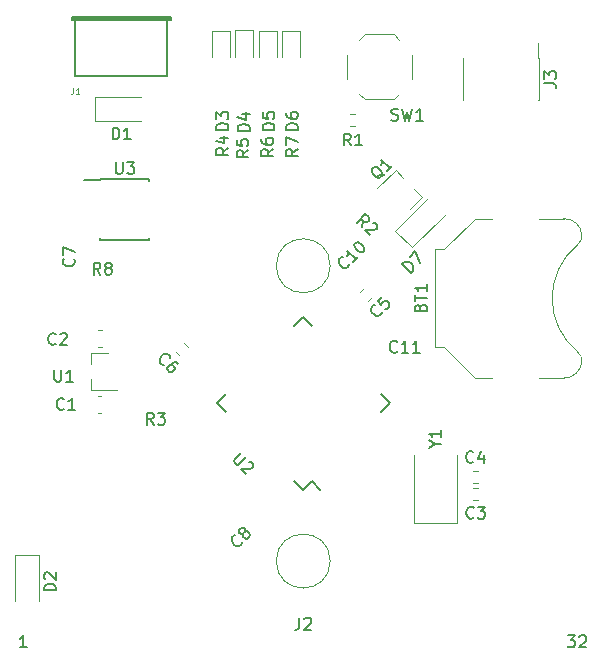
<source format=gto>
G04 #@! TF.GenerationSoftware,KiCad,Pcbnew,5.0.0-rc2-dev-unknown-62522ee~64~ubuntu17.10.1*
G04 #@! TF.CreationDate,2018-05-05T21:53:19+02:00*
G04 #@! TF.ProjectId,gbcart,6762636172742E6B696361645F706362,rev?*
G04 #@! TF.SameCoordinates,Original*
G04 #@! TF.FileFunction,Legend,Top*
G04 #@! TF.FilePolarity,Positive*
%FSLAX46Y46*%
G04 Gerber Fmt 4.6, Leading zero omitted, Abs format (unit mm)*
G04 Created by KiCad (PCBNEW 5.0.0-rc2-dev-unknown-62522ee~64~ubuntu17.10.1) date Sat May  5 21:53:19 2018*
%MOMM*%
%LPD*%
G01*
G04 APERTURE LIST*
%ADD10C,0.120000*%
%ADD11C,0.150000*%
%ADD12C,0.200660*%
%ADD13C,0.099060*%
G04 APERTURE END LIST*
D10*
X103980000Y-46790000D02*
X104420000Y-46790000D01*
X103980000Y-47810000D02*
X104420000Y-47810000D01*
X114355000Y-79510000D02*
X114795000Y-79510000D01*
X114355000Y-78490000D02*
X114795000Y-78490000D01*
X114794999Y-78010000D02*
X114354999Y-78010000D01*
X114794999Y-76990000D02*
X114354999Y-76990000D01*
X105523779Y-62597470D02*
X105834906Y-62286343D01*
X104802530Y-61876221D02*
X105113657Y-61565094D01*
X89513657Y-67234906D02*
X89202530Y-66923779D01*
X90234906Y-66513657D02*
X89923779Y-66202530D01*
X82595000Y-70690000D02*
X82895000Y-70690000D01*
X82595000Y-72110000D02*
X82895000Y-72110000D01*
X82950000Y-65090000D02*
X82650000Y-65090000D01*
X82950000Y-66510000D02*
X82650000Y-66510000D01*
X82400000Y-45400000D02*
X86300000Y-45400000D01*
X82400000Y-47400000D02*
X86300000Y-47400000D01*
X82400000Y-45400000D02*
X82400000Y-47400000D01*
X77600000Y-84150000D02*
X75600000Y-84150000D01*
X75600000Y-84150000D02*
X75600000Y-88050000D01*
X77600000Y-84150000D02*
X77600000Y-88050000D01*
X104750000Y-45100000D02*
X105200000Y-45550000D01*
X108150000Y-45100000D02*
X107700000Y-45550000D01*
X108150000Y-40500000D02*
X107700000Y-40050000D01*
X104750000Y-40500000D02*
X105200000Y-40050000D01*
X109200000Y-41800000D02*
X109200000Y-43800000D01*
X105200000Y-45550000D02*
X107700000Y-45550000D01*
X103700000Y-41800000D02*
X103700000Y-43800000D01*
X105200000Y-40050000D02*
X107700000Y-40050000D01*
X82040000Y-67020000D02*
X82040000Y-67950000D01*
X82040000Y-70180000D02*
X82040000Y-69250000D01*
X82040000Y-70180000D02*
X84200000Y-70180000D01*
X82040000Y-67020000D02*
X83500000Y-67020000D01*
D11*
X100000000Y-78618555D02*
X100707107Y-77911448D01*
X92681445Y-71300000D02*
X93441585Y-70539860D01*
X100000000Y-63981445D02*
X99239860Y-64741585D01*
X107318555Y-71300000D02*
X106558415Y-72060140D01*
X100000000Y-78618555D02*
X99239860Y-77858415D01*
X107318555Y-71300000D02*
X106558415Y-70539860D01*
X100000000Y-63981445D02*
X100760140Y-64741585D01*
X92681445Y-71300000D02*
X93441585Y-72060140D01*
X100707107Y-77911448D02*
X101431891Y-78636233D01*
D10*
X102286000Y-59650000D02*
G75*
G03X102286000Y-59650000I-2286000J0D01*
G01*
X102286000Y-84650000D02*
G75*
G03X102286000Y-84650000I-2286000J0D01*
G01*
X93760000Y-42000000D02*
X93760000Y-39730000D01*
X93760000Y-39730000D02*
X92240000Y-39730000D01*
X92240000Y-39730000D02*
X92240000Y-42000000D01*
X94246256Y-39703514D02*
X94246256Y-41973514D01*
X95766256Y-39703514D02*
X94246256Y-39703514D01*
X95766256Y-41973514D02*
X95766256Y-39703514D01*
X97760000Y-42000000D02*
X97760000Y-39730000D01*
X97760000Y-39730000D02*
X96240000Y-39730000D01*
X96240000Y-39730000D02*
X96240000Y-42000000D01*
X98240000Y-39730000D02*
X98240000Y-42000000D01*
X99760000Y-39730000D02*
X98240000Y-39730000D01*
X99760000Y-42000000D02*
X99760000Y-39730000D01*
X119965000Y-42085000D02*
X119965000Y-45615000D01*
X113495000Y-42085000D02*
X113495000Y-45615000D01*
X119900000Y-40760000D02*
X119900000Y-42085000D01*
X119965000Y-42085000D02*
X119900000Y-42085000D01*
X119965000Y-45615000D02*
X119900000Y-45615000D01*
X113560000Y-42085000D02*
X113495000Y-42085000D01*
X113560000Y-45615000D02*
X113495000Y-45615000D01*
X109400000Y-75650000D02*
X109400000Y-81400000D01*
X109400000Y-81400000D02*
X113000000Y-81400000D01*
X113000000Y-81400000D02*
X113000000Y-75650000D01*
D12*
X88801160Y-38701020D02*
X80398840Y-38701020D01*
X88801160Y-38599420D02*
X80398840Y-38599420D01*
X80398840Y-38599420D02*
X80398840Y-38800080D01*
X80398840Y-38800080D02*
X88801160Y-38800080D01*
X88801160Y-38800080D02*
X88801160Y-38599420D01*
X88498900Y-38599420D02*
X88498900Y-43600680D01*
X88498900Y-43600680D02*
X80701100Y-43600680D01*
X80701100Y-43600680D02*
X80701100Y-38599420D01*
D10*
X123584160Y-56985385D02*
G75*
G02X123200000Y-57900000I-984160J-124615D01*
G01*
X123584160Y-67814615D02*
G75*
G03X123200000Y-66900000I-984160J124615D01*
G01*
X123188671Y-57909339D02*
G75*
G03X123200000Y-66900000I3711329J-4490661D01*
G01*
X122050000Y-55650000D02*
G75*
G02X123600000Y-57100000I50000J-1500000D01*
G01*
X122050000Y-69150000D02*
G75*
G03X123600000Y-67700000I50000J1500000D01*
G01*
X120000000Y-55650000D02*
X122100000Y-55650000D01*
X120000000Y-69150000D02*
X122100000Y-69150000D01*
X116000000Y-69150000D02*
X114550000Y-69150000D01*
X114550000Y-69150000D02*
X111950000Y-66550000D01*
X111950000Y-66550000D02*
X111150000Y-66550000D01*
X111150000Y-66550000D02*
X111150000Y-58250000D01*
X111150000Y-58250000D02*
X111950000Y-58250000D01*
X111950000Y-58250000D02*
X114550000Y-55650000D01*
X114550000Y-55650000D02*
X116000000Y-55650000D01*
X107801903Y-56683883D02*
X109216117Y-58098097D01*
X109216117Y-58098097D02*
X111973833Y-55340381D01*
X107801903Y-56683883D02*
X110559619Y-53926167D01*
D11*
X82825000Y-52325000D02*
X82825000Y-52375000D01*
X86975000Y-52325000D02*
X86975000Y-52470000D01*
X86975000Y-57475000D02*
X86975000Y-57330000D01*
X82825000Y-57475000D02*
X82825000Y-57330000D01*
X82825000Y-52325000D02*
X86975000Y-52325000D01*
X82825000Y-57475000D02*
X86975000Y-57475000D01*
X82825000Y-52375000D02*
X81425000Y-52375000D01*
D10*
X110047523Y-53786935D02*
X109389914Y-53129325D01*
X107813065Y-51552477D02*
X108470675Y-52210086D01*
X107813065Y-51552477D02*
X106285715Y-53079828D01*
X110047523Y-53786935D02*
X109015147Y-54819310D01*
D11*
X104033333Y-49452380D02*
X103700000Y-48976190D01*
X103461904Y-49452380D02*
X103461904Y-48452380D01*
X103842857Y-48452380D01*
X103938095Y-48500000D01*
X103985714Y-48547619D01*
X104033333Y-48642857D01*
X104033333Y-48785714D01*
X103985714Y-48880952D01*
X103938095Y-48928571D01*
X103842857Y-48976190D01*
X103461904Y-48976190D01*
X104985714Y-49452380D02*
X104414285Y-49452380D01*
X104700000Y-49452380D02*
X104700000Y-48452380D01*
X104604761Y-48595238D01*
X104509523Y-48690476D01*
X104414285Y-48738095D01*
X114433333Y-80957142D02*
X114385714Y-81004761D01*
X114242857Y-81052380D01*
X114147619Y-81052380D01*
X114004761Y-81004761D01*
X113909523Y-80909523D01*
X113861904Y-80814285D01*
X113814285Y-80623809D01*
X113814285Y-80480952D01*
X113861904Y-80290476D01*
X113909523Y-80195238D01*
X114004761Y-80100000D01*
X114147619Y-80052380D01*
X114242857Y-80052380D01*
X114385714Y-80100000D01*
X114433333Y-80147619D01*
X114766666Y-80052380D02*
X115385714Y-80052380D01*
X115052380Y-80433333D01*
X115195238Y-80433333D01*
X115290476Y-80480952D01*
X115338095Y-80528571D01*
X115385714Y-80623809D01*
X115385714Y-80861904D01*
X115338095Y-80957142D01*
X115290476Y-81004761D01*
X115195238Y-81052380D01*
X114909523Y-81052380D01*
X114814285Y-81004761D01*
X114766666Y-80957142D01*
X114408332Y-76257142D02*
X114360713Y-76304761D01*
X114217856Y-76352380D01*
X114122618Y-76352380D01*
X113979760Y-76304761D01*
X113884522Y-76209523D01*
X113836903Y-76114285D01*
X113789284Y-75923809D01*
X113789284Y-75780952D01*
X113836903Y-75590476D01*
X113884522Y-75495238D01*
X113979760Y-75400000D01*
X114122618Y-75352380D01*
X114217856Y-75352380D01*
X114360713Y-75400000D01*
X114408332Y-75447619D01*
X115265475Y-75685714D02*
X115265475Y-76352380D01*
X115027379Y-75304761D02*
X114789284Y-76019047D01*
X115408332Y-76019047D01*
X106634687Y-63570390D02*
X106634687Y-63637733D01*
X106567343Y-63772420D01*
X106500000Y-63839764D01*
X106365312Y-63907107D01*
X106230625Y-63907107D01*
X106129610Y-63873436D01*
X105961251Y-63772420D01*
X105860236Y-63671405D01*
X105759221Y-63503046D01*
X105725549Y-63402031D01*
X105725549Y-63267344D01*
X105792893Y-63132657D01*
X105860236Y-63065313D01*
X105994923Y-62997970D01*
X106062267Y-62997970D01*
X106634687Y-62290863D02*
X106297969Y-62627581D01*
X106601015Y-62997970D01*
X106601015Y-62930626D01*
X106634687Y-62829611D01*
X106803045Y-62661252D01*
X106904061Y-62627581D01*
X106971404Y-62627581D01*
X107072419Y-62661252D01*
X107240778Y-62829611D01*
X107274450Y-62930626D01*
X107274450Y-62997970D01*
X107240778Y-63098985D01*
X107072419Y-63267344D01*
X106971404Y-63301016D01*
X106904061Y-63301016D01*
X88181602Y-68020131D02*
X88114259Y-68020131D01*
X87979572Y-67952787D01*
X87912228Y-67885444D01*
X87844885Y-67750756D01*
X87844885Y-67616069D01*
X87878556Y-67515054D01*
X87979572Y-67346695D01*
X88080587Y-67245680D01*
X88248946Y-67144665D01*
X88349961Y-67110993D01*
X88484648Y-67110993D01*
X88619335Y-67178337D01*
X88686679Y-67245680D01*
X88754022Y-67380367D01*
X88754022Y-67447711D01*
X89427457Y-67986459D02*
X89292770Y-67851772D01*
X89191755Y-67818100D01*
X89124411Y-67818100D01*
X88956053Y-67851772D01*
X88787694Y-67952787D01*
X88518320Y-68222161D01*
X88484648Y-68323176D01*
X88484648Y-68390520D01*
X88518320Y-68491535D01*
X88653007Y-68626222D01*
X88754022Y-68659894D01*
X88821366Y-68659894D01*
X88922381Y-68626222D01*
X89090740Y-68457863D01*
X89124411Y-68356848D01*
X89124411Y-68289505D01*
X89090740Y-68188489D01*
X88956053Y-68053802D01*
X88855037Y-68020131D01*
X88787694Y-68020131D01*
X88686679Y-68053802D01*
X79733333Y-71757142D02*
X79685714Y-71804761D01*
X79542857Y-71852380D01*
X79447619Y-71852380D01*
X79304761Y-71804761D01*
X79209523Y-71709523D01*
X79161904Y-71614285D01*
X79114285Y-71423809D01*
X79114285Y-71280952D01*
X79161904Y-71090476D01*
X79209523Y-70995238D01*
X79304761Y-70900000D01*
X79447619Y-70852380D01*
X79542857Y-70852380D01*
X79685714Y-70900000D01*
X79733333Y-70947619D01*
X80685714Y-71852380D02*
X80114285Y-71852380D01*
X80400000Y-71852380D02*
X80400000Y-70852380D01*
X80304761Y-70995238D01*
X80209523Y-71090476D01*
X80114285Y-71138095D01*
X79033333Y-66257142D02*
X78985714Y-66304761D01*
X78842857Y-66352380D01*
X78747619Y-66352380D01*
X78604761Y-66304761D01*
X78509523Y-66209523D01*
X78461904Y-66114285D01*
X78414285Y-65923809D01*
X78414285Y-65780952D01*
X78461904Y-65590476D01*
X78509523Y-65495238D01*
X78604761Y-65400000D01*
X78747619Y-65352380D01*
X78842857Y-65352380D01*
X78985714Y-65400000D01*
X79033333Y-65447619D01*
X79414285Y-65447619D02*
X79461904Y-65400000D01*
X79557142Y-65352380D01*
X79795238Y-65352380D01*
X79890476Y-65400000D01*
X79938095Y-65447619D01*
X79985714Y-65542857D01*
X79985714Y-65638095D01*
X79938095Y-65780952D01*
X79366666Y-66352380D01*
X79985714Y-66352380D01*
X83861904Y-48952380D02*
X83861904Y-47952380D01*
X84100000Y-47952380D01*
X84242857Y-48000000D01*
X84338095Y-48095238D01*
X84385714Y-48190476D01*
X84433333Y-48380952D01*
X84433333Y-48523809D01*
X84385714Y-48714285D01*
X84338095Y-48809523D01*
X84242857Y-48904761D01*
X84100000Y-48952380D01*
X83861904Y-48952380D01*
X85385714Y-48952380D02*
X84814285Y-48952380D01*
X85100000Y-48952380D02*
X85100000Y-47952380D01*
X85004761Y-48095238D01*
X84909523Y-48190476D01*
X84814285Y-48238095D01*
X79052380Y-87138095D02*
X78052380Y-87138095D01*
X78052380Y-86900000D01*
X78100000Y-86757142D01*
X78195238Y-86661904D01*
X78290476Y-86614285D01*
X78480952Y-86566666D01*
X78623809Y-86566666D01*
X78814285Y-86614285D01*
X78909523Y-86661904D01*
X79004761Y-86757142D01*
X79052380Y-86900000D01*
X79052380Y-87138095D01*
X78147619Y-86185714D02*
X78100000Y-86138095D01*
X78052380Y-86042857D01*
X78052380Y-85804761D01*
X78100000Y-85709523D01*
X78147619Y-85661904D01*
X78242857Y-85614285D01*
X78338095Y-85614285D01*
X78480952Y-85661904D01*
X79052380Y-86233333D01*
X79052380Y-85614285D01*
X99666666Y-89452380D02*
X99666666Y-90166666D01*
X99619047Y-90309523D01*
X99523809Y-90404761D01*
X99380952Y-90452380D01*
X99285714Y-90452380D01*
X100095238Y-89547619D02*
X100142857Y-89500000D01*
X100238095Y-89452380D01*
X100476190Y-89452380D01*
X100571428Y-89500000D01*
X100619047Y-89547619D01*
X100666666Y-89642857D01*
X100666666Y-89738095D01*
X100619047Y-89880952D01*
X100047619Y-90452380D01*
X100666666Y-90452380D01*
X122390476Y-90952380D02*
X123009523Y-90952380D01*
X122676190Y-91333333D01*
X122819047Y-91333333D01*
X122914285Y-91380952D01*
X122961904Y-91428571D01*
X123009523Y-91523809D01*
X123009523Y-91761904D01*
X122961904Y-91857142D01*
X122914285Y-91904761D01*
X122819047Y-91952380D01*
X122533333Y-91952380D01*
X122438095Y-91904761D01*
X122390476Y-91857142D01*
X123390476Y-91047619D02*
X123438095Y-91000000D01*
X123533333Y-90952380D01*
X123771428Y-90952380D01*
X123866666Y-91000000D01*
X123914285Y-91047619D01*
X123961904Y-91142857D01*
X123961904Y-91238095D01*
X123914285Y-91380952D01*
X123342857Y-91952380D01*
X123961904Y-91952380D01*
X76585714Y-91952380D02*
X76014285Y-91952380D01*
X76300000Y-91952380D02*
X76300000Y-90952380D01*
X76204761Y-91095238D01*
X76109523Y-91190476D01*
X76014285Y-91238095D01*
X107466666Y-47304761D02*
X107609523Y-47352380D01*
X107847619Y-47352380D01*
X107942857Y-47304761D01*
X107990476Y-47257142D01*
X108038095Y-47161904D01*
X108038095Y-47066666D01*
X107990476Y-46971428D01*
X107942857Y-46923809D01*
X107847619Y-46876190D01*
X107657142Y-46828571D01*
X107561904Y-46780952D01*
X107514285Y-46733333D01*
X107466666Y-46638095D01*
X107466666Y-46542857D01*
X107514285Y-46447619D01*
X107561904Y-46400000D01*
X107657142Y-46352380D01*
X107895238Y-46352380D01*
X108038095Y-46400000D01*
X108371428Y-46352380D02*
X108609523Y-47352380D01*
X108800000Y-46638095D01*
X108990476Y-47352380D01*
X109228571Y-46352380D01*
X110133333Y-47352380D02*
X109561904Y-47352380D01*
X109847619Y-47352380D02*
X109847619Y-46352380D01*
X109752380Y-46495238D01*
X109657142Y-46590476D01*
X109561904Y-46638095D01*
X78938095Y-68452380D02*
X78938095Y-69261904D01*
X78985714Y-69357142D01*
X79033333Y-69404761D01*
X79128571Y-69452380D01*
X79319047Y-69452380D01*
X79414285Y-69404761D01*
X79461904Y-69357142D01*
X79509523Y-69261904D01*
X79509523Y-68452380D01*
X80509523Y-69452380D02*
X79938095Y-69452380D01*
X80223809Y-69452380D02*
X80223809Y-68452380D01*
X80128571Y-68595238D01*
X80033333Y-68690476D01*
X79938095Y-68738095D01*
X94757308Y-75465195D02*
X94184888Y-76037615D01*
X94151216Y-76138630D01*
X94151216Y-76205974D01*
X94184888Y-76306989D01*
X94319575Y-76441676D01*
X94420590Y-76475348D01*
X94487934Y-76475348D01*
X94588949Y-76441676D01*
X95161369Y-75869256D01*
X95397071Y-76239646D02*
X95464414Y-76239646D01*
X95565430Y-76273317D01*
X95733788Y-76441676D01*
X95767460Y-76542691D01*
X95767460Y-76610035D01*
X95733788Y-76711050D01*
X95666445Y-76778394D01*
X95531758Y-76845737D01*
X94723636Y-76845737D01*
X95161369Y-77283470D01*
X93652380Y-48138095D02*
X92652380Y-48138095D01*
X92652380Y-47900000D01*
X92700000Y-47757142D01*
X92795238Y-47661904D01*
X92890476Y-47614285D01*
X93080952Y-47566666D01*
X93223809Y-47566666D01*
X93414285Y-47614285D01*
X93509523Y-47661904D01*
X93604761Y-47757142D01*
X93652380Y-47900000D01*
X93652380Y-48138095D01*
X92652380Y-47233333D02*
X92652380Y-46614285D01*
X93033333Y-46947619D01*
X93033333Y-46804761D01*
X93080952Y-46709523D01*
X93128571Y-46661904D01*
X93223809Y-46614285D01*
X93461904Y-46614285D01*
X93557142Y-46661904D01*
X93604761Y-46709523D01*
X93652380Y-46804761D01*
X93652380Y-47090476D01*
X93604761Y-47185714D01*
X93557142Y-47233333D01*
X95452380Y-48238095D02*
X94452380Y-48238095D01*
X94452380Y-48000000D01*
X94500000Y-47857142D01*
X94595238Y-47761904D01*
X94690476Y-47714285D01*
X94880952Y-47666666D01*
X95023809Y-47666666D01*
X95214285Y-47714285D01*
X95309523Y-47761904D01*
X95404761Y-47857142D01*
X95452380Y-48000000D01*
X95452380Y-48238095D01*
X94785714Y-46809523D02*
X95452380Y-46809523D01*
X94404761Y-47047619D02*
X95119047Y-47285714D01*
X95119047Y-46666666D01*
X97552380Y-48138095D02*
X96552380Y-48138095D01*
X96552380Y-47900000D01*
X96600000Y-47757142D01*
X96695238Y-47661904D01*
X96790476Y-47614285D01*
X96980952Y-47566666D01*
X97123809Y-47566666D01*
X97314285Y-47614285D01*
X97409523Y-47661904D01*
X97504761Y-47757142D01*
X97552380Y-47900000D01*
X97552380Y-48138095D01*
X96552380Y-46661904D02*
X96552380Y-47138095D01*
X97028571Y-47185714D01*
X96980952Y-47138095D01*
X96933333Y-47042857D01*
X96933333Y-46804761D01*
X96980952Y-46709523D01*
X97028571Y-46661904D01*
X97123809Y-46614285D01*
X97361904Y-46614285D01*
X97457142Y-46661904D01*
X97504761Y-46709523D01*
X97552380Y-46804761D01*
X97552380Y-47042857D01*
X97504761Y-47138095D01*
X97457142Y-47185714D01*
X99552380Y-48138095D02*
X98552380Y-48138095D01*
X98552380Y-47900000D01*
X98600000Y-47757142D01*
X98695238Y-47661904D01*
X98790476Y-47614285D01*
X98980952Y-47566666D01*
X99123809Y-47566666D01*
X99314285Y-47614285D01*
X99409523Y-47661904D01*
X99504761Y-47757142D01*
X99552380Y-47900000D01*
X99552380Y-48138095D01*
X98552380Y-46709523D02*
X98552380Y-46900000D01*
X98600000Y-46995238D01*
X98647619Y-47042857D01*
X98790476Y-47138095D01*
X98980952Y-47185714D01*
X99361904Y-47185714D01*
X99457142Y-47138095D01*
X99504761Y-47090476D01*
X99552380Y-46995238D01*
X99552380Y-46804761D01*
X99504761Y-46709523D01*
X99457142Y-46661904D01*
X99361904Y-46614285D01*
X99123809Y-46614285D01*
X99028571Y-46661904D01*
X98980952Y-46709523D01*
X98933333Y-46804761D01*
X98933333Y-46995238D01*
X98980952Y-47090476D01*
X99028571Y-47138095D01*
X99123809Y-47185714D01*
X120417380Y-44183333D02*
X121131666Y-44183333D01*
X121274523Y-44230952D01*
X121369761Y-44326190D01*
X121417380Y-44469047D01*
X121417380Y-44564285D01*
X120417380Y-43802380D02*
X120417380Y-43183333D01*
X120798333Y-43516666D01*
X120798333Y-43373809D01*
X120845952Y-43278571D01*
X120893571Y-43230952D01*
X120988809Y-43183333D01*
X121226904Y-43183333D01*
X121322142Y-43230952D01*
X121369761Y-43278571D01*
X121417380Y-43373809D01*
X121417380Y-43659523D01*
X121369761Y-43754761D01*
X121322142Y-43802380D01*
X93652380Y-49666666D02*
X93176190Y-50000000D01*
X93652380Y-50238095D02*
X92652380Y-50238095D01*
X92652380Y-49857142D01*
X92700000Y-49761904D01*
X92747619Y-49714285D01*
X92842857Y-49666666D01*
X92985714Y-49666666D01*
X93080952Y-49714285D01*
X93128571Y-49761904D01*
X93176190Y-49857142D01*
X93176190Y-50238095D01*
X92985714Y-48809523D02*
X93652380Y-48809523D01*
X92604761Y-49047619D02*
X93319047Y-49285714D01*
X93319047Y-48666666D01*
X95352380Y-49866666D02*
X94876190Y-50200000D01*
X95352380Y-50438095D02*
X94352380Y-50438095D01*
X94352380Y-50057142D01*
X94400000Y-49961904D01*
X94447619Y-49914285D01*
X94542857Y-49866666D01*
X94685714Y-49866666D01*
X94780952Y-49914285D01*
X94828571Y-49961904D01*
X94876190Y-50057142D01*
X94876190Y-50438095D01*
X94352380Y-48961904D02*
X94352380Y-49438095D01*
X94828571Y-49485714D01*
X94780952Y-49438095D01*
X94733333Y-49342857D01*
X94733333Y-49104761D01*
X94780952Y-49009523D01*
X94828571Y-48961904D01*
X94923809Y-48914285D01*
X95161904Y-48914285D01*
X95257142Y-48961904D01*
X95304761Y-49009523D01*
X95352380Y-49104761D01*
X95352380Y-49342857D01*
X95304761Y-49438095D01*
X95257142Y-49485714D01*
X97452380Y-49766666D02*
X96976190Y-50100000D01*
X97452380Y-50338095D02*
X96452380Y-50338095D01*
X96452380Y-49957142D01*
X96500000Y-49861904D01*
X96547619Y-49814285D01*
X96642857Y-49766666D01*
X96785714Y-49766666D01*
X96880952Y-49814285D01*
X96928571Y-49861904D01*
X96976190Y-49957142D01*
X96976190Y-50338095D01*
X96452380Y-48909523D02*
X96452380Y-49100000D01*
X96500000Y-49195238D01*
X96547619Y-49242857D01*
X96690476Y-49338095D01*
X96880952Y-49385714D01*
X97261904Y-49385714D01*
X97357142Y-49338095D01*
X97404761Y-49290476D01*
X97452380Y-49195238D01*
X97452380Y-49004761D01*
X97404761Y-48909523D01*
X97357142Y-48861904D01*
X97261904Y-48814285D01*
X97023809Y-48814285D01*
X96928571Y-48861904D01*
X96880952Y-48909523D01*
X96833333Y-49004761D01*
X96833333Y-49195238D01*
X96880952Y-49290476D01*
X96928571Y-49338095D01*
X97023809Y-49385714D01*
X99552380Y-49766666D02*
X99076190Y-50100000D01*
X99552380Y-50338095D02*
X98552380Y-50338095D01*
X98552380Y-49957142D01*
X98600000Y-49861904D01*
X98647619Y-49814285D01*
X98742857Y-49766666D01*
X98885714Y-49766666D01*
X98980952Y-49814285D01*
X99028571Y-49861904D01*
X99076190Y-49957142D01*
X99076190Y-50338095D01*
X98552380Y-49433333D02*
X98552380Y-48766666D01*
X99552380Y-49195238D01*
X111176190Y-74776190D02*
X111652380Y-74776190D01*
X110652380Y-75109523D02*
X111176190Y-74776190D01*
X110652380Y-74442857D01*
X111652380Y-73585714D02*
X111652380Y-74157142D01*
X111652380Y-73871428D02*
X110652380Y-73871428D01*
X110795238Y-73966666D01*
X110890476Y-74061904D01*
X110938095Y-74157142D01*
D13*
X80533206Y-44625982D02*
X80533206Y-44983396D01*
X80509379Y-45054879D01*
X80461723Y-45102534D01*
X80390240Y-45126362D01*
X80342585Y-45126362D01*
X81033586Y-45126362D02*
X80747655Y-45126362D01*
X80890620Y-45126362D02*
X80890620Y-44625982D01*
X80842965Y-44697465D01*
X80795310Y-44745120D01*
X80747655Y-44768948D01*
D11*
X94837631Y-83050288D02*
X94837631Y-83117631D01*
X94770287Y-83252318D01*
X94702944Y-83319662D01*
X94568256Y-83387005D01*
X94433569Y-83387005D01*
X94332554Y-83353334D01*
X94164195Y-83252318D01*
X94063180Y-83151303D01*
X93962165Y-82982944D01*
X93928493Y-82881929D01*
X93928493Y-82747242D01*
X93995837Y-82612555D01*
X94063180Y-82545211D01*
X94197867Y-82477868D01*
X94265211Y-82477868D01*
X94904974Y-82309509D02*
X94803959Y-82343181D01*
X94736615Y-82343181D01*
X94635600Y-82309509D01*
X94601928Y-82275837D01*
X94568256Y-82174822D01*
X94568256Y-82107479D01*
X94601928Y-82006463D01*
X94736615Y-81871776D01*
X94837631Y-81838105D01*
X94904974Y-81838105D01*
X95005989Y-81871776D01*
X95039661Y-81905448D01*
X95073333Y-82006463D01*
X95073333Y-82073807D01*
X95039661Y-82174822D01*
X94904974Y-82309509D01*
X94871302Y-82410524D01*
X94871302Y-82477868D01*
X94904974Y-82578883D01*
X95039661Y-82713570D01*
X95140676Y-82747242D01*
X95208020Y-82747242D01*
X95309035Y-82713570D01*
X95443722Y-82578883D01*
X95477394Y-82477868D01*
X95477394Y-82410524D01*
X95443722Y-82309509D01*
X95309035Y-82174822D01*
X95208020Y-82141150D01*
X95140676Y-82141150D01*
X95039661Y-82174822D01*
X103897969Y-59507106D02*
X103897969Y-59574450D01*
X103830625Y-59709137D01*
X103763282Y-59776480D01*
X103628595Y-59843824D01*
X103493908Y-59843824D01*
X103392893Y-59810152D01*
X103224534Y-59709137D01*
X103123519Y-59608122D01*
X103022503Y-59439763D01*
X102988832Y-59338748D01*
X102988832Y-59204061D01*
X103056175Y-59069374D01*
X103123519Y-59002030D01*
X103258206Y-58934687D01*
X103325549Y-58934687D01*
X104638748Y-58901015D02*
X104234687Y-59305076D01*
X104436717Y-59103045D02*
X103729610Y-58395938D01*
X103763282Y-58564297D01*
X103763282Y-58698984D01*
X103729610Y-58800000D01*
X104369374Y-57756175D02*
X104436717Y-57688832D01*
X104537732Y-57655160D01*
X104605076Y-57655160D01*
X104706091Y-57688832D01*
X104874450Y-57789847D01*
X105042809Y-57958206D01*
X105143824Y-58126564D01*
X105177496Y-58227580D01*
X105177496Y-58294923D01*
X105143824Y-58395938D01*
X105076480Y-58463282D01*
X104975465Y-58496954D01*
X104908122Y-58496954D01*
X104807106Y-58463282D01*
X104638748Y-58362267D01*
X104470389Y-58193908D01*
X104369374Y-58025549D01*
X104335702Y-57924534D01*
X104335702Y-57857190D01*
X104369374Y-57756175D01*
X107957142Y-66907142D02*
X107909523Y-66954761D01*
X107766666Y-67002380D01*
X107671428Y-67002380D01*
X107528571Y-66954761D01*
X107433333Y-66859523D01*
X107385714Y-66764285D01*
X107338095Y-66573809D01*
X107338095Y-66430952D01*
X107385714Y-66240476D01*
X107433333Y-66145238D01*
X107528571Y-66050000D01*
X107671428Y-66002380D01*
X107766666Y-66002380D01*
X107909523Y-66050000D01*
X107957142Y-66097619D01*
X108909523Y-67002380D02*
X108338095Y-67002380D01*
X108623809Y-67002380D02*
X108623809Y-66002380D01*
X108528571Y-66145238D01*
X108433333Y-66240476D01*
X108338095Y-66288095D01*
X109861904Y-67002380D02*
X109290476Y-67002380D01*
X109576190Y-67002380D02*
X109576190Y-66002380D01*
X109480952Y-66145238D01*
X109385714Y-66240476D01*
X109290476Y-66288095D01*
X109928571Y-63185714D02*
X109976190Y-63042857D01*
X110023809Y-62995238D01*
X110119047Y-62947619D01*
X110261904Y-62947619D01*
X110357142Y-62995238D01*
X110404761Y-63042857D01*
X110452380Y-63138095D01*
X110452380Y-63519047D01*
X109452380Y-63519047D01*
X109452380Y-63185714D01*
X109500000Y-63090476D01*
X109547619Y-63042857D01*
X109642857Y-62995238D01*
X109738095Y-62995238D01*
X109833333Y-63042857D01*
X109880952Y-63090476D01*
X109928571Y-63185714D01*
X109928571Y-63519047D01*
X109452380Y-62661904D02*
X109452380Y-62090476D01*
X110452380Y-62376190D02*
X109452380Y-62376190D01*
X110452380Y-61233333D02*
X110452380Y-61804761D01*
X110452380Y-61519047D02*
X109452380Y-61519047D01*
X109595238Y-61614285D01*
X109690476Y-61709523D01*
X109738095Y-61804761D01*
X109097969Y-60241793D02*
X108390862Y-59534687D01*
X108559221Y-59366328D01*
X108693908Y-59298984D01*
X108828595Y-59298984D01*
X108929610Y-59332656D01*
X109097969Y-59433671D01*
X109198984Y-59534687D01*
X109300000Y-59703045D01*
X109333671Y-59804061D01*
X109333671Y-59938748D01*
X109266328Y-60073435D01*
X109097969Y-60241793D01*
X109030625Y-58894923D02*
X109502030Y-58423519D01*
X109906091Y-59433671D01*
X82833333Y-60402380D02*
X82500000Y-59926190D01*
X82261904Y-60402380D02*
X82261904Y-59402380D01*
X82642857Y-59402380D01*
X82738095Y-59450000D01*
X82785714Y-59497619D01*
X82833333Y-59592857D01*
X82833333Y-59735714D01*
X82785714Y-59830952D01*
X82738095Y-59878571D01*
X82642857Y-59926190D01*
X82261904Y-59926190D01*
X83404761Y-59830952D02*
X83309523Y-59783333D01*
X83261904Y-59735714D01*
X83214285Y-59640476D01*
X83214285Y-59592857D01*
X83261904Y-59497619D01*
X83309523Y-59450000D01*
X83404761Y-59402380D01*
X83595238Y-59402380D01*
X83690476Y-59450000D01*
X83738095Y-59497619D01*
X83785714Y-59592857D01*
X83785714Y-59640476D01*
X83738095Y-59735714D01*
X83690476Y-59783333D01*
X83595238Y-59830952D01*
X83404761Y-59830952D01*
X83309523Y-59878571D01*
X83261904Y-59926190D01*
X83214285Y-60021428D01*
X83214285Y-60211904D01*
X83261904Y-60307142D01*
X83309523Y-60354761D01*
X83404761Y-60402380D01*
X83595238Y-60402380D01*
X83690476Y-60354761D01*
X83738095Y-60307142D01*
X83785714Y-60211904D01*
X83785714Y-60021428D01*
X83738095Y-59926190D01*
X83690476Y-59878571D01*
X83595238Y-59830952D01*
X80557142Y-59066666D02*
X80604761Y-59114285D01*
X80652380Y-59257142D01*
X80652380Y-59352380D01*
X80604761Y-59495238D01*
X80509523Y-59590476D01*
X80414285Y-59638095D01*
X80223809Y-59685714D01*
X80080952Y-59685714D01*
X79890476Y-59638095D01*
X79795238Y-59590476D01*
X79700000Y-59495238D01*
X79652380Y-59352380D01*
X79652380Y-59257142D01*
X79700000Y-59114285D01*
X79747619Y-59066666D01*
X79652380Y-58733333D02*
X79652380Y-58066666D01*
X80652380Y-58495238D01*
X84138095Y-50852380D02*
X84138095Y-51661904D01*
X84185714Y-51757142D01*
X84233333Y-51804761D01*
X84328571Y-51852380D01*
X84519047Y-51852380D01*
X84614285Y-51804761D01*
X84661904Y-51757142D01*
X84709523Y-51661904D01*
X84709523Y-50852380D01*
X85090476Y-50852380D02*
X85709523Y-50852380D01*
X85376190Y-51233333D01*
X85519047Y-51233333D01*
X85614285Y-51280952D01*
X85661904Y-51328571D01*
X85709523Y-51423809D01*
X85709523Y-51661904D01*
X85661904Y-51757142D01*
X85614285Y-51804761D01*
X85519047Y-51852380D01*
X85233333Y-51852380D01*
X85138095Y-51804761D01*
X85090476Y-51757142D01*
X106945007Y-51893908D02*
X106843992Y-51927580D01*
X106709305Y-51927580D01*
X106507274Y-51927580D01*
X106406259Y-51961252D01*
X106338916Y-52028595D01*
X106540946Y-52163282D02*
X106439931Y-52196954D01*
X106305244Y-52196954D01*
X106136885Y-52095939D01*
X105901183Y-51860236D01*
X105800168Y-51691878D01*
X105800168Y-51557191D01*
X105833839Y-51456175D01*
X105968526Y-51321488D01*
X106069542Y-51287817D01*
X106204229Y-51287817D01*
X106372587Y-51388832D01*
X106608290Y-51624534D01*
X106709305Y-51792893D01*
X106709305Y-51927580D01*
X106675633Y-52028595D01*
X106540946Y-52163282D01*
X107517427Y-51186801D02*
X107113366Y-51590862D01*
X107315396Y-51388832D02*
X106608290Y-50681725D01*
X106641961Y-50850084D01*
X106641961Y-50984771D01*
X106608290Y-51085786D01*
X104962267Y-56402030D02*
X105063282Y-55829610D01*
X104558206Y-55997969D02*
X105265312Y-55290862D01*
X105534687Y-55560236D01*
X105568358Y-55661251D01*
X105568358Y-55728595D01*
X105534687Y-55829610D01*
X105433671Y-55930625D01*
X105332656Y-55964297D01*
X105265312Y-55964297D01*
X105164297Y-55930625D01*
X104894923Y-55661251D01*
X105871404Y-56031641D02*
X105938748Y-56031641D01*
X106039763Y-56065312D01*
X106208122Y-56233671D01*
X106241793Y-56334687D01*
X106241793Y-56402030D01*
X106208122Y-56503045D01*
X106140778Y-56570389D01*
X106006091Y-56637732D01*
X105197969Y-56637732D01*
X105635702Y-57075465D01*
X87333333Y-73102380D02*
X87000000Y-72626190D01*
X86761904Y-73102380D02*
X86761904Y-72102380D01*
X87142857Y-72102380D01*
X87238095Y-72150000D01*
X87285714Y-72197619D01*
X87333333Y-72292857D01*
X87333333Y-72435714D01*
X87285714Y-72530952D01*
X87238095Y-72578571D01*
X87142857Y-72626190D01*
X86761904Y-72626190D01*
X87666666Y-72102380D02*
X88285714Y-72102380D01*
X87952380Y-72483333D01*
X88095238Y-72483333D01*
X88190476Y-72530952D01*
X88238095Y-72578571D01*
X88285714Y-72673809D01*
X88285714Y-72911904D01*
X88238095Y-73007142D01*
X88190476Y-73054761D01*
X88095238Y-73102380D01*
X87809523Y-73102380D01*
X87714285Y-73054761D01*
X87666666Y-73007142D01*
M02*

</source>
